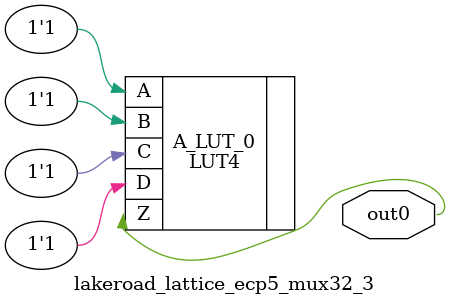
<source format=v>
/* Generated by Yosys 0.19 (git sha1 a45c131b37c, clang 13.1.6 -fPIC -Os) */

module lakeroad_lattice_ecp5_mux32_3(out0);
  wire _0_;
  wire _1_;
  wire _2_;
  wire _3_;
  wire _4_;
  wire _5_;
  wire _6_;
  output out0;
  wire out0;
  LUT4 #(
    .INIT(16'h8000)
  ) A_LUT_0 (
    .A(1'h1),
    .B(1'h1),
    .C(1'h1),
    .D(1'h1),
    .Z(out0)
  );
  LUT4 #(
    .INIT(16'h0000)
  ) B_LUT_1 (
    .A(1'h1),
    .B(1'h1),
    .C(1'h1),
    .D(1'h1),
    .Z(_6_)
  );
  LUT4 #(
    .INIT(16'h0000)
  ) C_LUT_2 (
    .A(1'h1),
    .B(1'h1),
    .C(1'h1),
    .D(1'h1),
    .Z(_5_)
  );
  LUT4 #(
    .INIT(16'h0000)
  ) D_LUT_3 (
    .A(1'h1),
    .B(1'h1),
    .C(1'h1),
    .D(1'h1),
    .Z(_4_)
  );
  LUT4 #(
    .INIT(16'h0000)
  ) E_LUT_4 (
    .A(1'h1),
    .B(1'h1),
    .C(1'h1),
    .D(1'h1),
    .Z(_3_)
  );
  LUT4 #(
    .INIT(16'h0000)
  ) F_LUT_5 (
    .A(1'h1),
    .B(1'h1),
    .C(1'h1),
    .D(1'h1),
    .Z(_2_)
  );
  LUT4 #(
    .INIT(16'h0000)
  ) G_LUT_6 (
    .A(1'h1),
    .B(1'h1),
    .C(1'h1),
    .D(1'h1),
    .Z(_1_)
  );
  LUT4 #(
    .INIT(16'h0000)
  ) H_LUT_7 (
    .A(1'h1),
    .B(1'h1),
    .C(1'h1),
    .D(1'h1),
    .Z(_0_)
  );
endmodule


</source>
